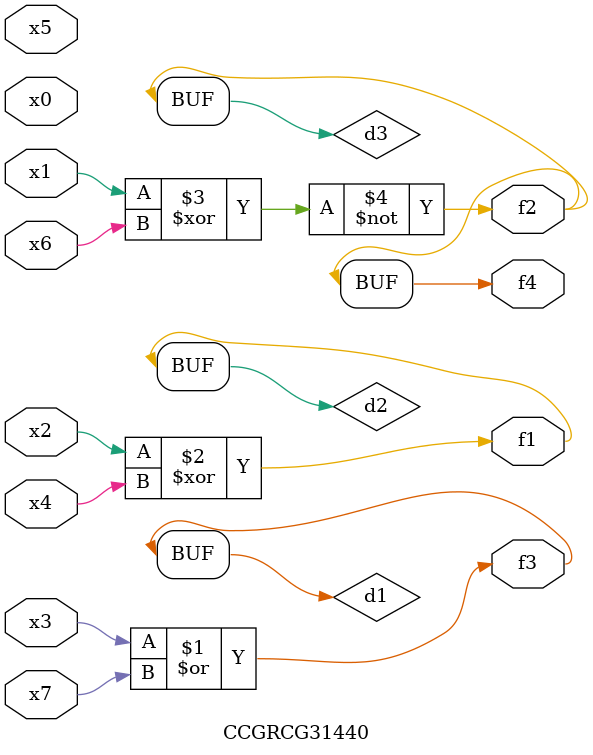
<source format=v>
module CCGRCG31440(
	input x0, x1, x2, x3, x4, x5, x6, x7,
	output f1, f2, f3, f4
);

	wire d1, d2, d3;

	or (d1, x3, x7);
	xor (d2, x2, x4);
	xnor (d3, x1, x6);
	assign f1 = d2;
	assign f2 = d3;
	assign f3 = d1;
	assign f4 = d3;
endmodule

</source>
